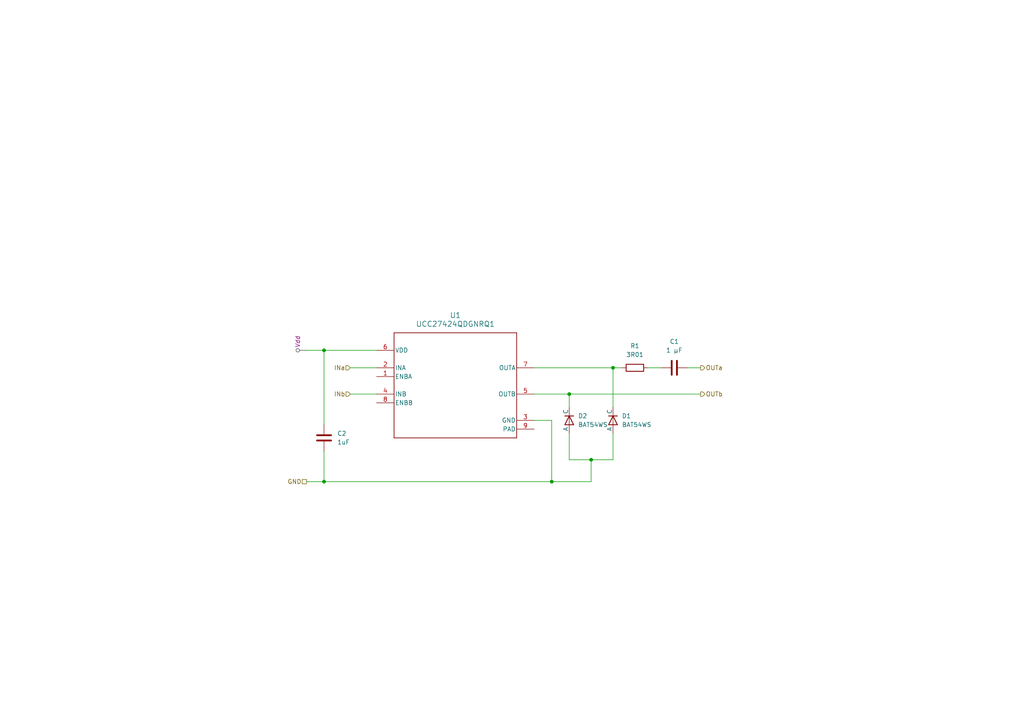
<source format=kicad_sch>
(kicad_sch (version 20231120) (generator "eeschema") (generator_version "8.0")
  (paper "A4")
  (lib_symbols
    (symbol "BAT54WS:Diode" (pin_numbers hide) (pin_names (offset 0))
      (property "Reference" "D" (at 0 5.08 0))
      (property "Value" "Diode" (at 0 3.175 0))
      (symbol "Diode_0_1"
        (polyline (pts (xy -1.27 0) (xy 1.27 0)))
        (polyline (pts (xy 1.27 -1.27) (xy 1.27 1.27)) (stroke (width 0.254)))
        (polyline (pts (xy -1.27 -1.27) (xy -1.27 1.27) (xy 1.27 0) (xy -1.27 -1.27)) (stroke (width 0.254)))
      )
      (symbol "Diode_1_1"
        (pin passive line (at -3.81 0 0) (length 2.54) (name "A") (number "1"))
        (pin passive line (at 3.81 0 180) (length 2.54) (name "C") (number "2"))
      )
    )
    (symbol "Device:C" (pin_numbers hide) (pin_names (offset 0.254))
      (property "Reference" "C" (at 0.635 2.54 0))
      (property "Value" "C" (at 0.635 -2.54 0))
      (symbol "C_0_1"
        (polyline (pts (xy -2.032 -0.762) (xy 2.032 -0.762)) (stroke (width 0.508)))
        (polyline (pts (xy -2.032 0.762) (xy 2.032 0.762)) (stroke (width 0.508)))
      )
      (symbol "C_1_1"
        (pin passive line (at 0 3.81 270) (length 2.794) (name "~") (number "1"))
        (pin passive line (at 0 -3.81 90) (length 2.794) (name "~") (number "2"))
      )
    )
    (symbol "Device:R" (pin_numbers hide) (pin_names (offset 0))
      (property "Reference" "R" (at 2.032 0 90))
      (property "Value" "R" (at 0 0 90))
      (symbol "R_0_1"
        (rectangle (start -1.016 -2.54) (end 1.016 2.54) (stroke (width 0.254)))
      )
      (symbol "R_1_1"
        (pin passive line (at 0 3.81 270) (length 1.27) (name "~") (number "1"))
        (pin passive line (at 0 -3.81 90) (length 1.27) (name "~") (number "2"))
      )
    )
    (symbol "UCC27424QDGNRQ1:UCC27424QDGNRQ1" (pin_names (offset 0.254))
      (property "Reference" "U" (at 0 2.54 0))
      (property "Value" "UCC27424QDGNRQ1" (at 0 0 0))
      (symbol "UCC27424QDGNRQ1_0_1"
        (polyline (pts (xy -17.78 -15.24) (xy 17.78 -15.24)) (stroke (width 0.2032)))
        (polyline (pts (xy -17.78 15.24) (xy -17.78 -15.24)) (stroke (width 0.2032)))
        (polyline (pts (xy 17.78 -15.24) (xy 17.78 15.24)) (stroke (width 0.2032)))
        (polyline (pts (xy 17.78 15.24) (xy -17.78 15.24)) (stroke (width 0.2032)))
        (pin input line (at -22.86 2.54 0) (length 5.08) (name "ENBA") (number "1"))
        (pin input line (at -22.86 5.08 0) (length 5.08) (name "INA") (number "2"))
        (pin power_in line (at 22.86 -10.16 180) (length 5.08) (name "GND") (number "3"))
        (pin input line (at -22.86 -2.54 0) (length 5.08) (name "INB") (number "4"))
        (pin output line (at 22.86 -2.54 180) (length 5.08) (name "OUTB") (number "5"))
        (pin power_in line (at -22.86 10.16 0) (length 5.08) (name "VDD") (number "6"))
        (pin output line (at 22.86 5.08 180) (length 5.08) (name "OUTA") (number "7"))
        (pin input line (at -22.86 -5.08 0) (length 5.08) (name "ENBB") (number "8"))
        (pin power_in line (at 22.86 -12.7 180) (length 5.08) (name "PAD") (number "9"))
      )
    )
  )
  (junction (at 93.98 101.6))
  (junction (at 93.98 139.7))
  (junction (at 165.1 114.3))
  (junction (at 171.45 133.35))
  (junction (at 160.02 139.7))
  (junction (at 177.8 106.68))
  (wire (pts (xy 199.39 106.68) (xy 203.2 106.68)))
  (wire (pts (xy 171.45 139.7) (xy 171.45 133.35)))
  (wire (pts (xy 160.02 121.92) (xy 154.94 121.92)))
  (wire (pts (xy 187.96 106.68) (xy 191.77 106.68)))
  (wire (pts (xy 165.1 133.35) (xy 171.45 133.35)))
  (wire (pts (xy 165.1 125.73) (xy 165.1 133.35)))
  (wire (pts (xy 93.98 101.6) (xy 109.22 101.6)))
  (wire (pts (xy 154.94 106.68) (xy 177.8 106.68)))
  (wire (pts (xy 88.9 101.6) (xy 93.98 101.6)))
  (wire (pts (xy 93.98 123.19) (xy 93.98 101.6)))
  (wire (pts (xy 101.6 114.3) (xy 109.22 114.3)))
  (wire (pts (xy 154.94 114.3) (xy 165.1 114.3)))
  (wire (pts (xy 177.8 106.68) (xy 177.8 118.11)))
  (wire (pts (xy 165.1 114.3) (xy 203.2 114.3)))
  (wire (pts (xy 171.45 133.35) (xy 177.8 133.35)))
  (wire (pts (xy 101.6 106.68) (xy 109.22 106.68)))
  (wire (pts (xy 93.98 130.81) (xy 93.98 139.7)))
  (wire (pts (xy 88.9 139.7) (xy 93.98 139.7)))
  (wire (pts (xy 160.02 121.92) (xy 160.02 139.7)))
  (wire (pts (xy 165.1 114.3) (xy 165.1 118.11)))
  (wire (pts (xy 160.02 139.7) (xy 171.45 139.7)))
  (wire (pts (xy 93.98 139.7) (xy 160.02 139.7)))
  (wire (pts (xy 177.8 125.73) (xy 177.8 133.35)))
  (wire (pts (xy 177.8 106.68) (xy 180.34 106.68)))
  (hierarchical_label "GND" (shape passive) (at 88.9 139.7 180))
  (hierarchical_label "INb" (shape input) (at 101.6 114.3 180))
  (hierarchical_label "OUTb" (shape output) (at 203.2 114.3 0))
  (hierarchical_label "INa" (shape input) (at 101.6 106.68 180))
  (hierarchical_label "OUTa" (shape output) (at 203.2 106.68 0))
  (netclass_flag "" (length 2.54) (shape round) (at 88.9 101.6 90) (property "Netclass" "Vdd" (at 86.36 100.9015 90) (effects (font (italic yes)) (justify left))))
  (symbol (lib_id "UCC27424QDGNRQ1:UCC27424QDGNRQ1") (at 132.08 111.76 0) (unit 1)
    (property "Reference" "U1" (at 132.08 91.44 0) (effects (font (size 1.524 1.524))))
    (property "Value" "UCC27424QDGNRQ1" (at 132.08 93.98 0) (effects (font (size 1.524 1.524))))
    (property "Footprint" "DGN0008B_N" (effects (hide yes)))
    (property "Datasheet" "UCC27424QDGNRQ1" (effects (hide yes)))
    (instances (project "phaseshiftedFullBridge" (path "" (reference "U1") (unit 1)) (path "" (reference "U3") (unit 1)) (path "" (reference "U4") (unit 1))))
  )
  (symbol (lib_id "BAT54WS:Diode") (at 165.1 121.92 90) (unit 1)
    (property "Reference" "D2" (at 167.64 120.6499 90) (effects (justify right)))
    (property "Value" "BAT54WS" (at 167.64 123.1899 90) (effects (justify right)))
    (property "Footprint" "Diode_SMD:BAT54WS-P36_SOD-323F" (effects (hide yes)))
    (property "Datasheet" "https://diotec.com/de/produktliste/D.html" (effects (hide yes)))
    (property "Description" "BAT54WSTR Diode 30 V 200mA Surface Mount SOD-323F" (effects (hide yes)))
    (instances (project "phaseshiftedFullBridge" (path "" (reference "D2") (unit 1)) (path "" (reference "D6") (unit 1)) (path "" (reference "D8") (unit 1))))
  )
  (symbol (lib_id "Device:R") (at 184.15 106.68 90) (unit 1)
    (property "Reference" "R1" (at 184.15 100.33 90))
    (property "Value" "3R01" (at 184.15 102.87 90))
    (property "Footprint" "Resistor_SMD:R_0603_1608Metric_Pad0.98x0.95mm_HandSolder" (effects (hide yes)))
    (property "Datasheet" "chrome-extension://efaidnbmnnnibpcajpcglclefindmkaj/https://www.te.com/commerce/DocumentDelivery/DDEController?Action=srchrtrv&DocNm=1773200&DocType=DS&DocLang=English" (effects (hide yes)))
    (property "Description" "CPF0603F3R01C1 3.01 Ohms ±1% 0.063W, 1/16W Chip Resistor 0603 (1608 Metric) Thin Film" (effects (hide yes)))
    (instances (project "phaseshiftedFullBridge" (path "" (reference "R1") (unit 1)) (path "" (reference "R25") (unit 1)) (path "" (reference "R26") (unit 1))))
  )
  (symbol (lib_id "Device:C") (at 93.98 127 0) (unit 1)
    (property "Reference" "C2" (at 97.79 125.7299 0) (effects (justify left)))
    (property "Value" "1uF" (at 97.79 128.2699 0) (effects (justify left)))
    (property "Footprint" "Capacitor_SMD:C_0805_2012Metric_Pad1.18x1.45mm_HandSolder" (effects (hide yes)))
    (property "Datasheet" "chrome-extension://efaidnbmnnnibpcajpcglclefindmkaj/https://www.yuden.co.jp/productdata/catalog/mlcc06_e.pdf" (effects (hide yes)))
    (property "Description" "TMK212BJ105KG-T 1 µF ±10% 25V Ceramic Capacitor X5R 0805 (2012 Metric)" (effects (hide yes)))
    (instances (project "phaseshiftedFullBridge" (path "" (reference "C2") (unit 1)) (path "" (reference "C11") (unit 1)) (path "" (reference "C13") (unit 1))))
  )
  (symbol (lib_id "BAT54WS:Diode") (at 177.8 121.92 90) (unit 1)
    (property "Reference" "D1" (at 180.34 120.6499 90) (effects (justify right)))
    (property "Value" "BAT54WS" (at 180.34 123.1899 90) (effects (justify right)))
    (property "Footprint" "Diode_SMD:BAT54WS-P36_SOD-323F" (effects (hide yes)))
    (property "Datasheet" "https://diotec.com/de/produktliste/D.html" (effects (hide yes)))
    (property "Description" "BAT54WSTR Diode 30 V 200mA Surface Mount SOD-323F" (effects (hide yes)))
    (instances (project "phaseshiftedFullBridge" (path "" (reference "D1") (unit 1)) (path "" (reference "D7") (unit 1)) (path "" (reference "D9") (unit 1))))
  )
  (symbol (lib_id "Device:C") (at 195.58 106.68 90) (unit 1)
    (property "Reference" "C1" (at 195.58 99.06 90))
    (property "Value" "1 µF" (at 195.58 101.6 90))
    (property "Footprint" "Capacitor_SMD:C_0805_2012Metric_Pad1.18x1.45mm_HandSolder" (effects (hide yes)))
    (property "Datasheet" "chrome-extension://efaidnbmnnnibpcajpcglclefindmkaj/https://www.yuden.co.jp/productdata/catalog/mlcc06_e.pdf" (effects (hide yes)))
    (property "Description" "TMK212BJ105KG-T 1 µF ±10% 25V Ceramic Capacitor X5R 0805 (2012 Metric)" (effects (hide yes)))
    (instances (project "phaseshiftedFullBridge" (path "" (reference "C1") (unit 1)) (path "" (reference "C12") (unit 1)) (path "" (reference "C14") (unit 1))))
  )
)
</source>
